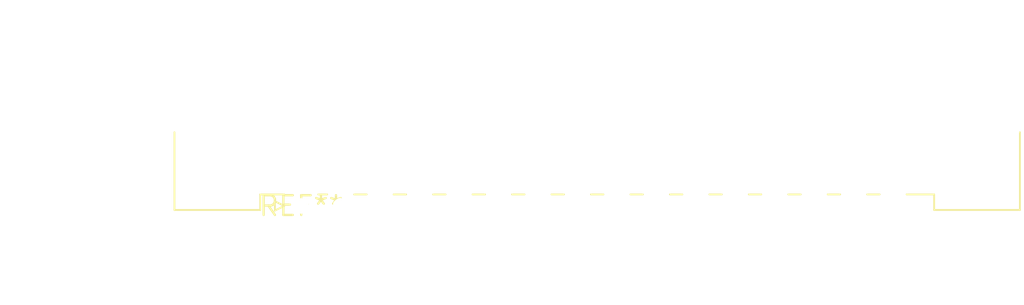
<source format=kicad_pcb>
(kicad_pcb (version 20240108) (generator pcbnew)
  (layers (0 "F.Cu" signal) (31 "B.Cu" signal) (34 "B.Paste" user) (35 "F.Paste" user) (36 "B.SilkS" user "B.Silkscreen") (37 "F.SilkS" user "F.Silkscreen") (38 "B.Mask" user) (39 "F.Mask" user) (44 "Edge.Cuts" user))
  (net 0 "")
  (footprint "DIN41612_C2_3x16_Male_Horizontal_THT" (layer "F.Cu") (at 0 0)
    (property "Reference" "REF**")
    (property "Value" "DIN41612_C2_3x16_Male_Horizontal_THT")
    (fp_line (start -8.16 -4.74) (end -8.16 0.26) (layer "F.SilkS") (stroke (width 0.12)))
    (fp_line (start -8.16 0.26) (end -2.64 0.26) (layer "F.SilkS") (stroke (width 0.12)))
    (fp_line (start -2.64 -0.74) (end -1.095 -0.74) (layer "F.SilkS") (stroke (width 0.12)))
    (fp_line (start -2.64 0.26) (end -2.64 -0.74) (layer "F.SilkS") (stroke (width 0.12)))
    (fp_line (start -1.695 -0.3) (end -1.695 0.3) (layer "F.SilkS") (stroke (width 0.12)))
    (fp_line (start -1.695 0.3) (end -1.095 0) (layer "F.SilkS") (stroke (width 0.12)))
    (fp_line (start -1.095 0) (end -1.695 -0.3) (layer "F.SilkS") (stroke (width 0.12)))
    (fp_line (start 1.095 -0.74) (end 1.671 -0.74) (layer "F.SilkS") (stroke (width 0.12)))
    (fp_line (start 3.41 -0.74) (end 4.211 -0.74) (layer "F.SilkS") (stroke (width 0.12)))
    (fp_line (start 5.95 -0.74) (end 6.751 -0.74) (layer "F.SilkS") (stroke (width 0.12)))
    (fp_line (start 8.49 -0.74) (end 9.291 -0.74) (layer "F.SilkS") (stroke (width 0.12)))
    (fp_line (start 11.03 -0.74) (end 11.831 -0.74) (layer "F.SilkS") (stroke (width 0.12)))
    (fp_line (start 13.57 -0.74) (end 14.371 -0.74) (layer "F.SilkS") (stroke (width 0.12)))
    (fp_line (start 16.11 -0.74) (end 16.911 -0.74) (layer "F.SilkS") (stroke (width 0.12)))
    (fp_line (start 18.65 -0.74) (end 19.451 -0.74) (layer "F.SilkS") (stroke (width 0.12)))
    (fp_line (start 21.19 -0.74) (end 21.991 -0.74) (layer "F.SilkS") (stroke (width 0.12)))
    (fp_line (start 23.73 -0.74) (end 24.531 -0.74) (layer "F.SilkS") (stroke (width 0.12)))
    (fp_line (start 26.27 -0.74) (end 27.071 -0.74) (layer "F.SilkS") (stroke (width 0.12)))
    (fp_line (start 28.81 -0.74) (end 29.611 -0.74) (layer "F.SilkS") (stroke (width 0.12)))
    (fp_line (start 31.35 -0.74) (end 32.151 -0.74) (layer "F.SilkS") (stroke (width 0.12)))
    (fp_line (start 33.89 -0.74) (end 34.691 -0.74) (layer "F.SilkS") (stroke (width 0.12)))
    (fp_line (start 36.43 -0.74) (end 37.231 -0.74) (layer "F.SilkS") (stroke (width 0.12)))
    (fp_line (start 38.97 -0.74) (end 40.74 -0.74) (layer "F.SilkS") (stroke (width 0.12)))
    (fp_line (start 40.74 0.26) (end 40.74 -0.74) (layer "F.SilkS") (stroke (width 0.12)))
    (fp_line (start 46.26 -4.74) (end 46.26 0.26) (layer "F.SilkS") (stroke (width 0.12)))
    (fp_line (start 46.26 0.26) (end 40.74 0.26) (layer "F.SilkS") (stroke (width 0.12)))
    (pad "" np_thru_hole circle (at -5.08 -2.54) (size 2.85 2.85) (drill 2.85) (layers *.Cu *.Mask))
    (pad "" np_thru_hole circle (at 43.18 -2.54) (size 2.85 2.85) (drill 2.85) (layers *.Cu *.Mask))
    (pad "a1" thru_hole roundrect (at 0 0) (size 1.55 1.55) (drill 1) (layers *.Cu *.Mask) (remove_unused_layers) (roundrect_rratio 0.16129))
    (pad "a2" thru_hole circle (at 2.54 0) (size 1.55 1.55) (drill 1) (layers *.Cu *.Mask) (remove_unused_layers))
    (pad "a3" thru_hole circle (at 5.08 0) (size 1.55 1.55) (drill 1) (layers *.Cu *.Mask) (remove_unused_layers))
    (pad "a4" thru_hole circle (at 7.62 0) (size 1.55 1.55) (drill 1) (layers *.Cu *.Mask) (remove_unused_layers))
    (pad "a5" thru_hole circle (at 10.16 0) (size 1.55 1.55) (drill 1) (layers *.Cu *.Mask) (remove_unused_layers))
    (pad "a6" thru_hole circle (at 12.7 0) (size 1.55 1.55) (drill 1) (layers *.Cu *.Mask) (remove_unused_layers))
    (pad "a7" thru_hole circle (at 15.24 0) (size 1.55 1.55) (drill 1) (layers *.Cu *.Mask) (remove_unused_layers))
    (pad "a8" thru_hole circle (at 17.78 0) (size 1.55 1.55) (drill 1) (layers *.Cu *.Mask) (remove_unused_layers))
    (pad "a9" thru_hole circle (at 20.32 0) (size 1.55 1.55) (drill 1) (layers *.Cu *.Mask) (remove_unused_layers))
    (pad "a10" thru_hole circle (at 22.86 0) (size 1.55 1.55) (drill 1) (layers *.Cu *.Mask) (remove_unused_layers))
    (pad "a11" thru_hole circle (at 25.4 0) (size 1.55 1.55) (drill 1) (layers *.Cu *.Mask) (remove_unused_layers))
    (pad "a12" thru_hole circle (at 27.94 0) (size 1.55 1.55) (drill 1) (layers *.Cu *.Mask) (remove_unused_layers))
    (pad "a13" thru_hole circle (at 30.48 0) (size 1.55 1.55) (drill 1) (layers *.Cu *.Mask) (remove_unused_layers))
    (pad "a14" thru_hole circle (at 33.02 0) (size 1.55 1.55) (drill 1) (layers *.Cu *.Mask) (remove_unused_layers))
    (pad "a15" thru_hole circle (at 35.56 0) (size 1.55 1.55) (drill 1) (layers *.Cu *.Mask) (remove_unused_layers))
    (pad "a16" thru_hole circle (at 38.1 0) (size 1.55 1.55) (drill 1) (layers *.Cu *.Mask) (remove_unused_layers))
    (pad "b1" thru_hole circle (at 0 2.54) (size 1.55 1.55) (drill 1) (layers *.Cu *.Mask) (remove_unused_layers))
    (pad "b2" thru_hole circle (at 2.54 2.54) (size 1.55 1.55) (drill 1) (layers *.Cu *.Mask) (remove_unused_layers))
    (pad "b3" thru_hole circle (at 5.08 2.54) (size 1.55 1.55) (drill 1) (layers *.Cu *.Mask) (remove_unused_layers))
    (pad "b4" thru_hole circle (at 7.62 2.54) (size 1.55 1.55) (drill 1) (layers *.Cu *.Mask) (remove_unused_layers))
    (pad "b5" thru_hole circle (at 10.16 2.54) (size 1.55 1.55) (drill 1) (layers *.Cu *.Mask) (remove_unused_layers))
    (pad "b6" thru_hole circle (at 12.7 2.54) (size 1.55 1.55) (drill 1) (layers *.Cu *.Mask) (remove_unused_layers))
    (pad "b7" thru_hole circle (at 15.24 2.54) (size 1.55 1.55) (drill 1) (layers *.Cu *.Mask) (remove_unused_layers))
    (pad "b8" thru_hole circle (at 17.78 2.54) (size 1.55 1.55) (drill 1) (layers *.Cu *.Mask) (remove_unused_layers))
    (pad "b9" thru_hole circle (at 20.32 2.54) (size 1.55 1.55) (drill 1) (layers *.Cu *.Mask) (remove_unused_layers))
    (pad "b10" thru_hole circle (at 22.86 2.54) (size 1.55 1.55) (drill 1) (layers *.Cu *.Mask) (remove_unused_layers))
    (pad "b11" thru_hole circle (at 25.4 2.54) (size 1.55 1.55) (drill 1) (layers *.Cu *.Mask) (remove_unused_layers))
    (pad "b12" thru_hole circle (at 27.94 2.54) (size 1.55 1.55) (drill 1) (layers *.Cu *.Mask) (remove_unused_layers))
    (pad "b13" thru_hole circle (at 30.48 2.54) (size 1.55 1.55) (drill 1) (layers *.Cu *.Mask) (remove_unused_layers))
    (pad "b14" thru_hole circle (at 33.02 2.54) (size 1.55 1.55) (drill 1) (layers *.Cu *.Mask) (remove_unused_layers))
    (pad "b15" thru_hole circle (at 35.56 2.54) (size 1.55 1.55) (drill 1) (layers *.Cu *.Mask) (remove_unused_layers))
    (pad "b16" thru_hole circle (at 38.1 2.54) (size 1.55 1.55) (drill 1) (layers *.Cu *.Mask) (remove_unused_layers))
    (pad "c1" thru_hole circle (at 0 5.08) (size 1.55 1.55) (drill 1) (layers *.Cu *.Mask) (remove_unused_layers))
    (pad "c2" thru_hole circle (at 2.54 5.08) (size 1.55 1.55) (drill 1) (layers *.Cu *.Mask) (remove_unused_layers))
    (pad "c3" thru_hole circle (at 5.08 5.08) (size 1.55 1.55) (drill 1) (layers *.Cu *.Mask) (remove_unused_layers))
    (pad "c4" thru_hole circle (at 7.62 5.08) (size 1.55 1.55) (drill 1) (layers *.Cu *.Mask) (remove_unused_layers))
    (pad "c5" thru_hole circle (at 10.16 5.08) (size 1.55 1.55) (drill 1) (layers *.Cu *.Mask) (remove_unused_layers))
    (pad "c6" thru_hole circle (at 12.7 5.08) (size 1.55 1.55) (drill 1) (layers *.Cu *.Mask) (remove_unused_layers))
    (pad "c7" thru_hole circle (at 15.24 5.08) (size 1.55 1.55) (drill 1) (layers *.Cu *.Mask) (remove_unused_layers))
    (pad "c8" thru_hole circle (at 17.78 5.08) (size 1.55 1.55) (drill 1) (layers *.Cu *.Mask) (remove_unused_layers))
    (pad "c9" thru_hole circle (at 20.32 5.08) (size 1.55 1.55) (drill 1) (layers *.Cu *.Mask) (remove_unused_layers))
    (pad "c10" thru_hole circle (at 22.86 5.08) (size 1.55 1.55) (drill 1) (layers *.Cu *.Mask) (remove_unused_layers))
    (pad "c11" thru_hole circle (at 25.4 5.08) (size 1.55 1.55) (drill 1) (layers *.Cu *.Mask) (remove_unused_layers))
    (pad "c12" thru_hole circle (at 27.94 5.08) (size 1.55 1.55) (drill 1) (layers *.Cu *.Mask) (remove_unused_layers))
    (pad "c13" thru_hole circle (at 30.48 5.08) (size 1.55 1.55) (drill 1) (layers *.Cu *.Mask) (remove_unused_layers))
    (pad "c14" thru_hole circle (at 33.02 5.08) (size 1.55 1.55) (drill 1) (layers *.Cu *.Mask) (remove_unused_layers))
    (pad "c15" thru_hole circle (at 35.56 5.08) (size 1.55 1.55) (drill 1) (layers *.Cu *.Mask) (remove_unused_layers))
    (pad "c16" thru_hole circle (at 38.1 5.08) (size 1.55 1.55) (drill 1) (layers *.Cu *.Mask) (remove_unused_layers))
  )
)
</source>
